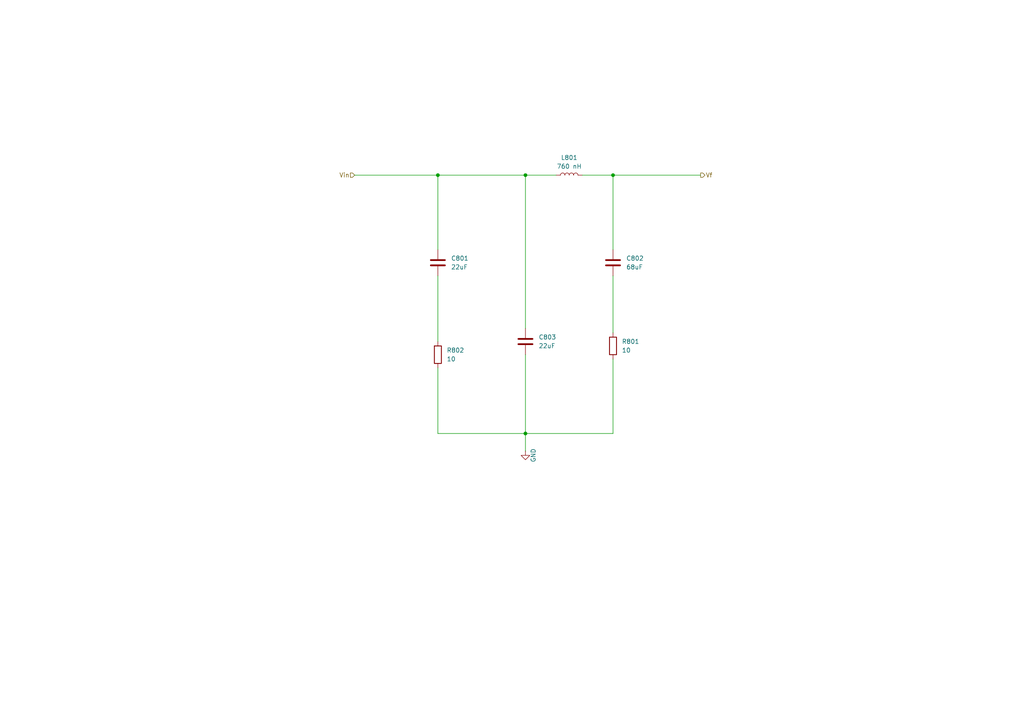
<source format=kicad_sch>
(kicad_sch (version 20231120) (generator "eeschema") (generator_version "8.0")
  (paper "A4")
  (lib_symbols
    (symbol "Library:C" (pin_numbers hide) (pin_names (offset 0.254))
      (property "Reference" "C" (at 0.635 2.54 0))
      (property "Value" "C" (at 0.635 -2.54 0))
      (symbol "C_0_1"
        (polyline (pts (xy -2.032 -0.762) (xy 2.032 -0.762)) (stroke (width 0.508)))
        (polyline (pts (xy -2.032 0.762) (xy 2.032 0.762)) (stroke (width 0.508)))
      )
      (symbol "C_1_1"
        (pin passive line (at 0 3.81 270) (length 2.794) (name "~") (number "1"))
        (pin passive line (at 0 -3.81 90) (length 2.794) (name "~") (number "2"))
      )
    )
    (symbol "Library:GND" (power) (pin_numbers hide) (pin_names (offset 0) hide)
      (property "Value" "GND" (at 0 -3.81 0))
      (symbol "GND_0_1"
        (polyline (pts (xy 0 0) (xy 0 -1.27) (xy 1.27 -1.27) (xy 0 -2.54) (xy -1.27 -1.27) (xy 0 -1.27)))
      )
      (symbol "GND_1_1"
        (pin power_in line (at 0 0 270) (length 0) (name "~") (number "1"))
      )
    )
    (symbol "Library:L" (pin_numbers hide) (pin_names (offset 1.016) hide)
      (property "Reference" "L" (at -1.27 0 90))
      (property "Value" "L" (at 1.905 0 90))
      (symbol "L_0_1"
        (arc (start 0 -2.54) (mid 0.6323 -1.905) (end 0 -1.27))
        (arc (start 0 -1.27) (mid 0.6323 -0.635) (end 0 0))
        (arc (start 0 0) (mid 0.6323 0.635) (end 0 1.27))
        (arc (start 0 1.27) (mid 0.6323 1.905) (end 0 2.54))
      )
      (symbol "L_1_1"
        (pin passive line (at 0 3.81 270) (length 1.27) (name "1") (number "1"))
        (pin passive line (at 0 -3.81 90) (length 1.27) (name "2") (number "2"))
      )
    )
    (symbol "Library:R" (pin_numbers hide) (pin_names (offset 0))
      (property "Reference" "R" (at 2.032 0 90))
      (property "Value" "R" (at 0 0 90))
      (symbol "R_0_1"
        (rectangle (start -1.016 -2.54) (end 1.016 2.54) (stroke (width 0.254)))
      )
      (symbol "R_1_1"
        (pin passive line (at 0 3.81 270) (length 1.27) (name "~") (number "1"))
        (pin passive line (at 0 -3.81 90) (length 1.27) (name "~") (number "2"))
      )
    )
  )
  (junction (at 152.4 125.73))
  (junction (at 152.4 50.8))
  (junction (at 177.8 50.8))
  (junction (at 127 50.8))
  (wire (pts (xy 127 125.73) (xy 152.4 125.73)))
  (wire (pts (xy 127 106.68) (xy 127 125.73)))
  (wire (pts (xy 152.4 130.81) (xy 152.4 125.73)))
  (wire (pts (xy 152.4 50.8) (xy 161.29 50.8)))
  (wire (pts (xy 152.4 125.73) (xy 177.8 125.73)))
  (wire (pts (xy 177.8 50.8) (xy 203.2 50.8)))
  (wire (pts (xy 177.8 104.14) (xy 177.8 125.73)))
  (wire (pts (xy 177.8 80.01) (xy 177.8 96.52)))
  (wire (pts (xy 177.8 72.39) (xy 177.8 50.8)))
  (wire (pts (xy 127 50.8) (xy 127 72.39)))
  (wire (pts (xy 127 80.01) (xy 127 99.06)))
  (wire (pts (xy 152.4 102.87) (xy 152.4 125.73)))
  (wire (pts (xy 152.4 95.25) (xy 152.4 50.8)))
  (wire (pts (xy 127 50.8) (xy 152.4 50.8)))
  (wire (pts (xy 102.87 50.8) (xy 127 50.8)))
  (wire (pts (xy 168.91 50.8) (xy 177.8 50.8)))
  (hierarchical_label "Vin" (shape input) (at 102.87 50.8 180))
  (hierarchical_label "Vf" (shape output) (at 203.2 50.8 0))
  (symbol (lib_id "Library:C") (at 127 76.2 0) (unit 1)
    (property "Reference" "C801" (at 130.81 74.9299 0) (effects (justify left)))
    (property "Value" "22uF" (at 130.81 77.4699 0) (effects (justify left)))
    (property "Footprint" "Capacitor_SMD:C_0603_1608Metric" (effects (hide yes)))
    (property "Description" "Unpolarized capacitor" (effects (hide yes)))
  )
  (symbol (lib_id "Library:C") (at 177.8 76.2 0) (unit 1)
    (property "Reference" "C802" (at 181.61 74.9299 0) (effects (justify left)))
    (property "Value" "68uF" (at 181.61 77.4699 0) (effects (justify left)))
    (property "Footprint" "Capacitor_SMD:C_1206_3216Metric" (effects (hide yes)))
    (property "Description" "Unpolarized capacitor" (effects (hide yes)))
  )
  (symbol (lib_id "Library:C") (at 152.4 99.06 0) (unit 1)
    (property "Reference" "C803" (at 156.21 97.7899 0) (effects (justify left)))
    (property "Value" "22uF" (at 156.21 100.3299 0) (effects (justify left)))
    (property "Footprint" "Capacitor_SMD:C_0603_1608Metric" (effects (hide yes)))
    (property "Description" "Unpolarized capacitor" (effects (hide yes)))
  )
  (symbol (lib_id "Library:L") (at 165.1 50.8 90) (unit 1)
    (property "Reference" "L801" (at 165.1 45.72 90))
    (property "Value" "760 nH" (at 165.1 48.26 90))
    (property "Footprint" "Inductor_SMD:L_Coilcraft_XAL4030-XXX" (effects (hide yes)))
    (property "Description" "Inductor" (effects (hide yes)))
  )
  (symbol (lib_id "Library:R") (at 127 102.87 0) (unit 1)
    (property "Reference" "R802" (at 129.54 101.5999 0) (effects (justify left)))
    (property "Value" "10" (at 129.54 104.1399 0) (effects (justify left)))
    (property "Footprint" "Resistor_SMD:R_0603_1608Metric" (effects (hide yes)))
    (property "Description" "Resistor" (effects (hide yes)))
  )
  (symbol (lib_id "Library:GND") (at 152.4 130.81 0) (unit 1)
    (property "Reference" "#PWR0801" (effects (hide yes)))
    (property "Value" "GND" (at 154.686 132.08 90))
    (property "Description" "Power symbol creates a global label with name \"GND\" , ground" (effects (hide yes)))
  )
  (symbol (lib_id "Library:R") (at 177.8 100.33 0) (unit 1)
    (property "Reference" "R801" (at 180.34 99.0599 0) (effects (justify left)))
    (property "Value" "10" (at 180.34 101.5999 0) (effects (justify left)))
    (property "Footprint" "Resistor_SMD:R_0603_1608Metric" (effects (hide yes)))
    (property "Description" "Resistor" (effects (hide yes)))
  )
)
</source>
